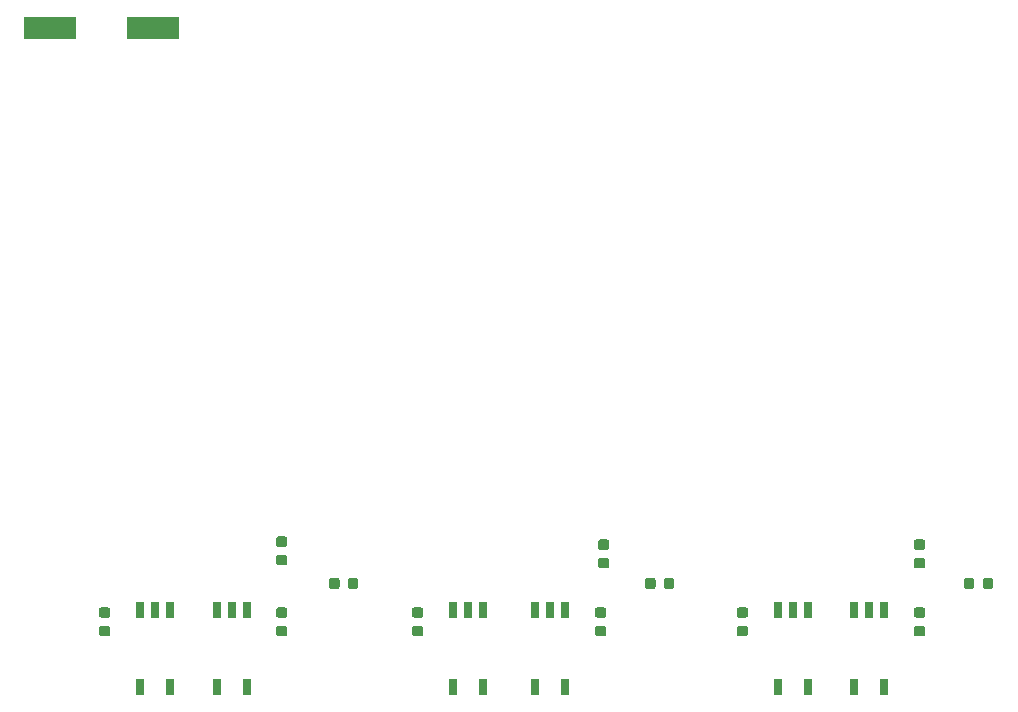
<source format=gbr>
G04 #@! TF.GenerationSoftware,KiCad,Pcbnew,(5.0.0)*
G04 #@! TF.CreationDate,2019-07-28T19:46:13+09:00*
G04 #@! TF.ProjectId,ver.2019_part7,7665722E323031395F70617274372E6B,rev?*
G04 #@! TF.SameCoordinates,Original*
G04 #@! TF.FileFunction,Paste,Top*
G04 #@! TF.FilePolarity,Positive*
%FSLAX46Y46*%
G04 Gerber Fmt 4.6, Leading zero omitted, Abs format (unit mm)*
G04 Created by KiCad (PCBNEW (5.0.0)) date 07/28/19 19:46:13*
%MOMM*%
%LPD*%
G01*
G04 APERTURE LIST*
%ADD10R,4.400000X1.900000*%
%ADD11C,0.100000*%
%ADD12C,0.875000*%
%ADD13R,0.800000X1.400000*%
G04 APERTURE END LIST*
D10*
G04 #@! TO.C,C1*
X113850000Y-82500000D03*
X105150000Y-82500000D03*
G04 #@! TD*
D11*
G04 #@! TO.C,C7*
G36*
X179027691Y-133101053D02*
X179048926Y-133104203D01*
X179069750Y-133109419D01*
X179089962Y-133116651D01*
X179109368Y-133125830D01*
X179127781Y-133136866D01*
X179145024Y-133149654D01*
X179160930Y-133164070D01*
X179175346Y-133179976D01*
X179188134Y-133197219D01*
X179199170Y-133215632D01*
X179208349Y-133235038D01*
X179215581Y-133255250D01*
X179220797Y-133276074D01*
X179223947Y-133297309D01*
X179225000Y-133318750D01*
X179225000Y-133756250D01*
X179223947Y-133777691D01*
X179220797Y-133798926D01*
X179215581Y-133819750D01*
X179208349Y-133839962D01*
X179199170Y-133859368D01*
X179188134Y-133877781D01*
X179175346Y-133895024D01*
X179160930Y-133910930D01*
X179145024Y-133925346D01*
X179127781Y-133938134D01*
X179109368Y-133949170D01*
X179089962Y-133958349D01*
X179069750Y-133965581D01*
X179048926Y-133970797D01*
X179027691Y-133973947D01*
X179006250Y-133975000D01*
X178493750Y-133975000D01*
X178472309Y-133973947D01*
X178451074Y-133970797D01*
X178430250Y-133965581D01*
X178410038Y-133958349D01*
X178390632Y-133949170D01*
X178372219Y-133938134D01*
X178354976Y-133925346D01*
X178339070Y-133910930D01*
X178324654Y-133895024D01*
X178311866Y-133877781D01*
X178300830Y-133859368D01*
X178291651Y-133839962D01*
X178284419Y-133819750D01*
X178279203Y-133798926D01*
X178276053Y-133777691D01*
X178275000Y-133756250D01*
X178275000Y-133318750D01*
X178276053Y-133297309D01*
X178279203Y-133276074D01*
X178284419Y-133255250D01*
X178291651Y-133235038D01*
X178300830Y-133215632D01*
X178311866Y-133197219D01*
X178324654Y-133179976D01*
X178339070Y-133164070D01*
X178354976Y-133149654D01*
X178372219Y-133136866D01*
X178390632Y-133125830D01*
X178410038Y-133116651D01*
X178430250Y-133109419D01*
X178451074Y-133104203D01*
X178472309Y-133101053D01*
X178493750Y-133100000D01*
X179006250Y-133100000D01*
X179027691Y-133101053D01*
X179027691Y-133101053D01*
G37*
D12*
X178750000Y-133537500D03*
D11*
G36*
X179027691Y-131526053D02*
X179048926Y-131529203D01*
X179069750Y-131534419D01*
X179089962Y-131541651D01*
X179109368Y-131550830D01*
X179127781Y-131561866D01*
X179145024Y-131574654D01*
X179160930Y-131589070D01*
X179175346Y-131604976D01*
X179188134Y-131622219D01*
X179199170Y-131640632D01*
X179208349Y-131660038D01*
X179215581Y-131680250D01*
X179220797Y-131701074D01*
X179223947Y-131722309D01*
X179225000Y-131743750D01*
X179225000Y-132181250D01*
X179223947Y-132202691D01*
X179220797Y-132223926D01*
X179215581Y-132244750D01*
X179208349Y-132264962D01*
X179199170Y-132284368D01*
X179188134Y-132302781D01*
X179175346Y-132320024D01*
X179160930Y-132335930D01*
X179145024Y-132350346D01*
X179127781Y-132363134D01*
X179109368Y-132374170D01*
X179089962Y-132383349D01*
X179069750Y-132390581D01*
X179048926Y-132395797D01*
X179027691Y-132398947D01*
X179006250Y-132400000D01*
X178493750Y-132400000D01*
X178472309Y-132398947D01*
X178451074Y-132395797D01*
X178430250Y-132390581D01*
X178410038Y-132383349D01*
X178390632Y-132374170D01*
X178372219Y-132363134D01*
X178354976Y-132350346D01*
X178339070Y-132335930D01*
X178324654Y-132320024D01*
X178311866Y-132302781D01*
X178300830Y-132284368D01*
X178291651Y-132264962D01*
X178284419Y-132244750D01*
X178279203Y-132223926D01*
X178276053Y-132202691D01*
X178275000Y-132181250D01*
X178275000Y-131743750D01*
X178276053Y-131722309D01*
X178279203Y-131701074D01*
X178284419Y-131680250D01*
X178291651Y-131660038D01*
X178300830Y-131640632D01*
X178311866Y-131622219D01*
X178324654Y-131604976D01*
X178339070Y-131589070D01*
X178354976Y-131574654D01*
X178372219Y-131561866D01*
X178390632Y-131550830D01*
X178410038Y-131541651D01*
X178430250Y-131534419D01*
X178451074Y-131529203D01*
X178472309Y-131526053D01*
X178493750Y-131525000D01*
X179006250Y-131525000D01*
X179027691Y-131526053D01*
X179027691Y-131526053D01*
G37*
D12*
X178750000Y-131962500D03*
G04 #@! TD*
D11*
G04 #@! TO.C,C8*
G36*
X164027691Y-133101053D02*
X164048926Y-133104203D01*
X164069750Y-133109419D01*
X164089962Y-133116651D01*
X164109368Y-133125830D01*
X164127781Y-133136866D01*
X164145024Y-133149654D01*
X164160930Y-133164070D01*
X164175346Y-133179976D01*
X164188134Y-133197219D01*
X164199170Y-133215632D01*
X164208349Y-133235038D01*
X164215581Y-133255250D01*
X164220797Y-133276074D01*
X164223947Y-133297309D01*
X164225000Y-133318750D01*
X164225000Y-133756250D01*
X164223947Y-133777691D01*
X164220797Y-133798926D01*
X164215581Y-133819750D01*
X164208349Y-133839962D01*
X164199170Y-133859368D01*
X164188134Y-133877781D01*
X164175346Y-133895024D01*
X164160930Y-133910930D01*
X164145024Y-133925346D01*
X164127781Y-133938134D01*
X164109368Y-133949170D01*
X164089962Y-133958349D01*
X164069750Y-133965581D01*
X164048926Y-133970797D01*
X164027691Y-133973947D01*
X164006250Y-133975000D01*
X163493750Y-133975000D01*
X163472309Y-133973947D01*
X163451074Y-133970797D01*
X163430250Y-133965581D01*
X163410038Y-133958349D01*
X163390632Y-133949170D01*
X163372219Y-133938134D01*
X163354976Y-133925346D01*
X163339070Y-133910930D01*
X163324654Y-133895024D01*
X163311866Y-133877781D01*
X163300830Y-133859368D01*
X163291651Y-133839962D01*
X163284419Y-133819750D01*
X163279203Y-133798926D01*
X163276053Y-133777691D01*
X163275000Y-133756250D01*
X163275000Y-133318750D01*
X163276053Y-133297309D01*
X163279203Y-133276074D01*
X163284419Y-133255250D01*
X163291651Y-133235038D01*
X163300830Y-133215632D01*
X163311866Y-133197219D01*
X163324654Y-133179976D01*
X163339070Y-133164070D01*
X163354976Y-133149654D01*
X163372219Y-133136866D01*
X163390632Y-133125830D01*
X163410038Y-133116651D01*
X163430250Y-133109419D01*
X163451074Y-133104203D01*
X163472309Y-133101053D01*
X163493750Y-133100000D01*
X164006250Y-133100000D01*
X164027691Y-133101053D01*
X164027691Y-133101053D01*
G37*
D12*
X163750000Y-133537500D03*
D11*
G36*
X164027691Y-131526053D02*
X164048926Y-131529203D01*
X164069750Y-131534419D01*
X164089962Y-131541651D01*
X164109368Y-131550830D01*
X164127781Y-131561866D01*
X164145024Y-131574654D01*
X164160930Y-131589070D01*
X164175346Y-131604976D01*
X164188134Y-131622219D01*
X164199170Y-131640632D01*
X164208349Y-131660038D01*
X164215581Y-131680250D01*
X164220797Y-131701074D01*
X164223947Y-131722309D01*
X164225000Y-131743750D01*
X164225000Y-132181250D01*
X164223947Y-132202691D01*
X164220797Y-132223926D01*
X164215581Y-132244750D01*
X164208349Y-132264962D01*
X164199170Y-132284368D01*
X164188134Y-132302781D01*
X164175346Y-132320024D01*
X164160930Y-132335930D01*
X164145024Y-132350346D01*
X164127781Y-132363134D01*
X164109368Y-132374170D01*
X164089962Y-132383349D01*
X164069750Y-132390581D01*
X164048926Y-132395797D01*
X164027691Y-132398947D01*
X164006250Y-132400000D01*
X163493750Y-132400000D01*
X163472309Y-132398947D01*
X163451074Y-132395797D01*
X163430250Y-132390581D01*
X163410038Y-132383349D01*
X163390632Y-132374170D01*
X163372219Y-132363134D01*
X163354976Y-132350346D01*
X163339070Y-132335930D01*
X163324654Y-132320024D01*
X163311866Y-132302781D01*
X163300830Y-132284368D01*
X163291651Y-132264962D01*
X163284419Y-132244750D01*
X163279203Y-132223926D01*
X163276053Y-132202691D01*
X163275000Y-132181250D01*
X163275000Y-131743750D01*
X163276053Y-131722309D01*
X163279203Y-131701074D01*
X163284419Y-131680250D01*
X163291651Y-131660038D01*
X163300830Y-131640632D01*
X163311866Y-131622219D01*
X163324654Y-131604976D01*
X163339070Y-131589070D01*
X163354976Y-131574654D01*
X163372219Y-131561866D01*
X163390632Y-131550830D01*
X163410038Y-131541651D01*
X163430250Y-131534419D01*
X163451074Y-131529203D01*
X163472309Y-131526053D01*
X163493750Y-131525000D01*
X164006250Y-131525000D01*
X164027691Y-131526053D01*
X164027691Y-131526053D01*
G37*
D12*
X163750000Y-131962500D03*
G04 #@! TD*
D11*
G04 #@! TO.C,C9*
G36*
X152027691Y-133101053D02*
X152048926Y-133104203D01*
X152069750Y-133109419D01*
X152089962Y-133116651D01*
X152109368Y-133125830D01*
X152127781Y-133136866D01*
X152145024Y-133149654D01*
X152160930Y-133164070D01*
X152175346Y-133179976D01*
X152188134Y-133197219D01*
X152199170Y-133215632D01*
X152208349Y-133235038D01*
X152215581Y-133255250D01*
X152220797Y-133276074D01*
X152223947Y-133297309D01*
X152225000Y-133318750D01*
X152225000Y-133756250D01*
X152223947Y-133777691D01*
X152220797Y-133798926D01*
X152215581Y-133819750D01*
X152208349Y-133839962D01*
X152199170Y-133859368D01*
X152188134Y-133877781D01*
X152175346Y-133895024D01*
X152160930Y-133910930D01*
X152145024Y-133925346D01*
X152127781Y-133938134D01*
X152109368Y-133949170D01*
X152089962Y-133958349D01*
X152069750Y-133965581D01*
X152048926Y-133970797D01*
X152027691Y-133973947D01*
X152006250Y-133975000D01*
X151493750Y-133975000D01*
X151472309Y-133973947D01*
X151451074Y-133970797D01*
X151430250Y-133965581D01*
X151410038Y-133958349D01*
X151390632Y-133949170D01*
X151372219Y-133938134D01*
X151354976Y-133925346D01*
X151339070Y-133910930D01*
X151324654Y-133895024D01*
X151311866Y-133877781D01*
X151300830Y-133859368D01*
X151291651Y-133839962D01*
X151284419Y-133819750D01*
X151279203Y-133798926D01*
X151276053Y-133777691D01*
X151275000Y-133756250D01*
X151275000Y-133318750D01*
X151276053Y-133297309D01*
X151279203Y-133276074D01*
X151284419Y-133255250D01*
X151291651Y-133235038D01*
X151300830Y-133215632D01*
X151311866Y-133197219D01*
X151324654Y-133179976D01*
X151339070Y-133164070D01*
X151354976Y-133149654D01*
X151372219Y-133136866D01*
X151390632Y-133125830D01*
X151410038Y-133116651D01*
X151430250Y-133109419D01*
X151451074Y-133104203D01*
X151472309Y-133101053D01*
X151493750Y-133100000D01*
X152006250Y-133100000D01*
X152027691Y-133101053D01*
X152027691Y-133101053D01*
G37*
D12*
X151750000Y-133537500D03*
D11*
G36*
X152027691Y-131526053D02*
X152048926Y-131529203D01*
X152069750Y-131534419D01*
X152089962Y-131541651D01*
X152109368Y-131550830D01*
X152127781Y-131561866D01*
X152145024Y-131574654D01*
X152160930Y-131589070D01*
X152175346Y-131604976D01*
X152188134Y-131622219D01*
X152199170Y-131640632D01*
X152208349Y-131660038D01*
X152215581Y-131680250D01*
X152220797Y-131701074D01*
X152223947Y-131722309D01*
X152225000Y-131743750D01*
X152225000Y-132181250D01*
X152223947Y-132202691D01*
X152220797Y-132223926D01*
X152215581Y-132244750D01*
X152208349Y-132264962D01*
X152199170Y-132284368D01*
X152188134Y-132302781D01*
X152175346Y-132320024D01*
X152160930Y-132335930D01*
X152145024Y-132350346D01*
X152127781Y-132363134D01*
X152109368Y-132374170D01*
X152089962Y-132383349D01*
X152069750Y-132390581D01*
X152048926Y-132395797D01*
X152027691Y-132398947D01*
X152006250Y-132400000D01*
X151493750Y-132400000D01*
X151472309Y-132398947D01*
X151451074Y-132395797D01*
X151430250Y-132390581D01*
X151410038Y-132383349D01*
X151390632Y-132374170D01*
X151372219Y-132363134D01*
X151354976Y-132350346D01*
X151339070Y-132335930D01*
X151324654Y-132320024D01*
X151311866Y-132302781D01*
X151300830Y-132284368D01*
X151291651Y-132264962D01*
X151284419Y-132244750D01*
X151279203Y-132223926D01*
X151276053Y-132202691D01*
X151275000Y-132181250D01*
X151275000Y-131743750D01*
X151276053Y-131722309D01*
X151279203Y-131701074D01*
X151284419Y-131680250D01*
X151291651Y-131660038D01*
X151300830Y-131640632D01*
X151311866Y-131622219D01*
X151324654Y-131604976D01*
X151339070Y-131589070D01*
X151354976Y-131574654D01*
X151372219Y-131561866D01*
X151390632Y-131550830D01*
X151410038Y-131541651D01*
X151430250Y-131534419D01*
X151451074Y-131529203D01*
X151472309Y-131526053D01*
X151493750Y-131525000D01*
X152006250Y-131525000D01*
X152027691Y-131526053D01*
X152027691Y-131526053D01*
G37*
D12*
X151750000Y-131962500D03*
G04 #@! TD*
D11*
G04 #@! TO.C,C10*
G36*
X136527691Y-133101053D02*
X136548926Y-133104203D01*
X136569750Y-133109419D01*
X136589962Y-133116651D01*
X136609368Y-133125830D01*
X136627781Y-133136866D01*
X136645024Y-133149654D01*
X136660930Y-133164070D01*
X136675346Y-133179976D01*
X136688134Y-133197219D01*
X136699170Y-133215632D01*
X136708349Y-133235038D01*
X136715581Y-133255250D01*
X136720797Y-133276074D01*
X136723947Y-133297309D01*
X136725000Y-133318750D01*
X136725000Y-133756250D01*
X136723947Y-133777691D01*
X136720797Y-133798926D01*
X136715581Y-133819750D01*
X136708349Y-133839962D01*
X136699170Y-133859368D01*
X136688134Y-133877781D01*
X136675346Y-133895024D01*
X136660930Y-133910930D01*
X136645024Y-133925346D01*
X136627781Y-133938134D01*
X136609368Y-133949170D01*
X136589962Y-133958349D01*
X136569750Y-133965581D01*
X136548926Y-133970797D01*
X136527691Y-133973947D01*
X136506250Y-133975000D01*
X135993750Y-133975000D01*
X135972309Y-133973947D01*
X135951074Y-133970797D01*
X135930250Y-133965581D01*
X135910038Y-133958349D01*
X135890632Y-133949170D01*
X135872219Y-133938134D01*
X135854976Y-133925346D01*
X135839070Y-133910930D01*
X135824654Y-133895024D01*
X135811866Y-133877781D01*
X135800830Y-133859368D01*
X135791651Y-133839962D01*
X135784419Y-133819750D01*
X135779203Y-133798926D01*
X135776053Y-133777691D01*
X135775000Y-133756250D01*
X135775000Y-133318750D01*
X135776053Y-133297309D01*
X135779203Y-133276074D01*
X135784419Y-133255250D01*
X135791651Y-133235038D01*
X135800830Y-133215632D01*
X135811866Y-133197219D01*
X135824654Y-133179976D01*
X135839070Y-133164070D01*
X135854976Y-133149654D01*
X135872219Y-133136866D01*
X135890632Y-133125830D01*
X135910038Y-133116651D01*
X135930250Y-133109419D01*
X135951074Y-133104203D01*
X135972309Y-133101053D01*
X135993750Y-133100000D01*
X136506250Y-133100000D01*
X136527691Y-133101053D01*
X136527691Y-133101053D01*
G37*
D12*
X136250000Y-133537500D03*
D11*
G36*
X136527691Y-131526053D02*
X136548926Y-131529203D01*
X136569750Y-131534419D01*
X136589962Y-131541651D01*
X136609368Y-131550830D01*
X136627781Y-131561866D01*
X136645024Y-131574654D01*
X136660930Y-131589070D01*
X136675346Y-131604976D01*
X136688134Y-131622219D01*
X136699170Y-131640632D01*
X136708349Y-131660038D01*
X136715581Y-131680250D01*
X136720797Y-131701074D01*
X136723947Y-131722309D01*
X136725000Y-131743750D01*
X136725000Y-132181250D01*
X136723947Y-132202691D01*
X136720797Y-132223926D01*
X136715581Y-132244750D01*
X136708349Y-132264962D01*
X136699170Y-132284368D01*
X136688134Y-132302781D01*
X136675346Y-132320024D01*
X136660930Y-132335930D01*
X136645024Y-132350346D01*
X136627781Y-132363134D01*
X136609368Y-132374170D01*
X136589962Y-132383349D01*
X136569750Y-132390581D01*
X136548926Y-132395797D01*
X136527691Y-132398947D01*
X136506250Y-132400000D01*
X135993750Y-132400000D01*
X135972309Y-132398947D01*
X135951074Y-132395797D01*
X135930250Y-132390581D01*
X135910038Y-132383349D01*
X135890632Y-132374170D01*
X135872219Y-132363134D01*
X135854976Y-132350346D01*
X135839070Y-132335930D01*
X135824654Y-132320024D01*
X135811866Y-132302781D01*
X135800830Y-132284368D01*
X135791651Y-132264962D01*
X135784419Y-132244750D01*
X135779203Y-132223926D01*
X135776053Y-132202691D01*
X135775000Y-132181250D01*
X135775000Y-131743750D01*
X135776053Y-131722309D01*
X135779203Y-131701074D01*
X135784419Y-131680250D01*
X135791651Y-131660038D01*
X135800830Y-131640632D01*
X135811866Y-131622219D01*
X135824654Y-131604976D01*
X135839070Y-131589070D01*
X135854976Y-131574654D01*
X135872219Y-131561866D01*
X135890632Y-131550830D01*
X135910038Y-131541651D01*
X135930250Y-131534419D01*
X135951074Y-131529203D01*
X135972309Y-131526053D01*
X135993750Y-131525000D01*
X136506250Y-131525000D01*
X136527691Y-131526053D01*
X136527691Y-131526053D01*
G37*
D12*
X136250000Y-131962500D03*
G04 #@! TD*
D11*
G04 #@! TO.C,C11*
G36*
X125027691Y-133101053D02*
X125048926Y-133104203D01*
X125069750Y-133109419D01*
X125089962Y-133116651D01*
X125109368Y-133125830D01*
X125127781Y-133136866D01*
X125145024Y-133149654D01*
X125160930Y-133164070D01*
X125175346Y-133179976D01*
X125188134Y-133197219D01*
X125199170Y-133215632D01*
X125208349Y-133235038D01*
X125215581Y-133255250D01*
X125220797Y-133276074D01*
X125223947Y-133297309D01*
X125225000Y-133318750D01*
X125225000Y-133756250D01*
X125223947Y-133777691D01*
X125220797Y-133798926D01*
X125215581Y-133819750D01*
X125208349Y-133839962D01*
X125199170Y-133859368D01*
X125188134Y-133877781D01*
X125175346Y-133895024D01*
X125160930Y-133910930D01*
X125145024Y-133925346D01*
X125127781Y-133938134D01*
X125109368Y-133949170D01*
X125089962Y-133958349D01*
X125069750Y-133965581D01*
X125048926Y-133970797D01*
X125027691Y-133973947D01*
X125006250Y-133975000D01*
X124493750Y-133975000D01*
X124472309Y-133973947D01*
X124451074Y-133970797D01*
X124430250Y-133965581D01*
X124410038Y-133958349D01*
X124390632Y-133949170D01*
X124372219Y-133938134D01*
X124354976Y-133925346D01*
X124339070Y-133910930D01*
X124324654Y-133895024D01*
X124311866Y-133877781D01*
X124300830Y-133859368D01*
X124291651Y-133839962D01*
X124284419Y-133819750D01*
X124279203Y-133798926D01*
X124276053Y-133777691D01*
X124275000Y-133756250D01*
X124275000Y-133318750D01*
X124276053Y-133297309D01*
X124279203Y-133276074D01*
X124284419Y-133255250D01*
X124291651Y-133235038D01*
X124300830Y-133215632D01*
X124311866Y-133197219D01*
X124324654Y-133179976D01*
X124339070Y-133164070D01*
X124354976Y-133149654D01*
X124372219Y-133136866D01*
X124390632Y-133125830D01*
X124410038Y-133116651D01*
X124430250Y-133109419D01*
X124451074Y-133104203D01*
X124472309Y-133101053D01*
X124493750Y-133100000D01*
X125006250Y-133100000D01*
X125027691Y-133101053D01*
X125027691Y-133101053D01*
G37*
D12*
X124750000Y-133537500D03*
D11*
G36*
X125027691Y-131526053D02*
X125048926Y-131529203D01*
X125069750Y-131534419D01*
X125089962Y-131541651D01*
X125109368Y-131550830D01*
X125127781Y-131561866D01*
X125145024Y-131574654D01*
X125160930Y-131589070D01*
X125175346Y-131604976D01*
X125188134Y-131622219D01*
X125199170Y-131640632D01*
X125208349Y-131660038D01*
X125215581Y-131680250D01*
X125220797Y-131701074D01*
X125223947Y-131722309D01*
X125225000Y-131743750D01*
X125225000Y-132181250D01*
X125223947Y-132202691D01*
X125220797Y-132223926D01*
X125215581Y-132244750D01*
X125208349Y-132264962D01*
X125199170Y-132284368D01*
X125188134Y-132302781D01*
X125175346Y-132320024D01*
X125160930Y-132335930D01*
X125145024Y-132350346D01*
X125127781Y-132363134D01*
X125109368Y-132374170D01*
X125089962Y-132383349D01*
X125069750Y-132390581D01*
X125048926Y-132395797D01*
X125027691Y-132398947D01*
X125006250Y-132400000D01*
X124493750Y-132400000D01*
X124472309Y-132398947D01*
X124451074Y-132395797D01*
X124430250Y-132390581D01*
X124410038Y-132383349D01*
X124390632Y-132374170D01*
X124372219Y-132363134D01*
X124354976Y-132350346D01*
X124339070Y-132335930D01*
X124324654Y-132320024D01*
X124311866Y-132302781D01*
X124300830Y-132284368D01*
X124291651Y-132264962D01*
X124284419Y-132244750D01*
X124279203Y-132223926D01*
X124276053Y-132202691D01*
X124275000Y-132181250D01*
X124275000Y-131743750D01*
X124276053Y-131722309D01*
X124279203Y-131701074D01*
X124284419Y-131680250D01*
X124291651Y-131660038D01*
X124300830Y-131640632D01*
X124311866Y-131622219D01*
X124324654Y-131604976D01*
X124339070Y-131589070D01*
X124354976Y-131574654D01*
X124372219Y-131561866D01*
X124390632Y-131550830D01*
X124410038Y-131541651D01*
X124430250Y-131534419D01*
X124451074Y-131529203D01*
X124472309Y-131526053D01*
X124493750Y-131525000D01*
X125006250Y-131525000D01*
X125027691Y-131526053D01*
X125027691Y-131526053D01*
G37*
D12*
X124750000Y-131962500D03*
G04 #@! TD*
D11*
G04 #@! TO.C,C12*
G36*
X110027691Y-133101053D02*
X110048926Y-133104203D01*
X110069750Y-133109419D01*
X110089962Y-133116651D01*
X110109368Y-133125830D01*
X110127781Y-133136866D01*
X110145024Y-133149654D01*
X110160930Y-133164070D01*
X110175346Y-133179976D01*
X110188134Y-133197219D01*
X110199170Y-133215632D01*
X110208349Y-133235038D01*
X110215581Y-133255250D01*
X110220797Y-133276074D01*
X110223947Y-133297309D01*
X110225000Y-133318750D01*
X110225000Y-133756250D01*
X110223947Y-133777691D01*
X110220797Y-133798926D01*
X110215581Y-133819750D01*
X110208349Y-133839962D01*
X110199170Y-133859368D01*
X110188134Y-133877781D01*
X110175346Y-133895024D01*
X110160930Y-133910930D01*
X110145024Y-133925346D01*
X110127781Y-133938134D01*
X110109368Y-133949170D01*
X110089962Y-133958349D01*
X110069750Y-133965581D01*
X110048926Y-133970797D01*
X110027691Y-133973947D01*
X110006250Y-133975000D01*
X109493750Y-133975000D01*
X109472309Y-133973947D01*
X109451074Y-133970797D01*
X109430250Y-133965581D01*
X109410038Y-133958349D01*
X109390632Y-133949170D01*
X109372219Y-133938134D01*
X109354976Y-133925346D01*
X109339070Y-133910930D01*
X109324654Y-133895024D01*
X109311866Y-133877781D01*
X109300830Y-133859368D01*
X109291651Y-133839962D01*
X109284419Y-133819750D01*
X109279203Y-133798926D01*
X109276053Y-133777691D01*
X109275000Y-133756250D01*
X109275000Y-133318750D01*
X109276053Y-133297309D01*
X109279203Y-133276074D01*
X109284419Y-133255250D01*
X109291651Y-133235038D01*
X109300830Y-133215632D01*
X109311866Y-133197219D01*
X109324654Y-133179976D01*
X109339070Y-133164070D01*
X109354976Y-133149654D01*
X109372219Y-133136866D01*
X109390632Y-133125830D01*
X109410038Y-133116651D01*
X109430250Y-133109419D01*
X109451074Y-133104203D01*
X109472309Y-133101053D01*
X109493750Y-133100000D01*
X110006250Y-133100000D01*
X110027691Y-133101053D01*
X110027691Y-133101053D01*
G37*
D12*
X109750000Y-133537500D03*
D11*
G36*
X110027691Y-131526053D02*
X110048926Y-131529203D01*
X110069750Y-131534419D01*
X110089962Y-131541651D01*
X110109368Y-131550830D01*
X110127781Y-131561866D01*
X110145024Y-131574654D01*
X110160930Y-131589070D01*
X110175346Y-131604976D01*
X110188134Y-131622219D01*
X110199170Y-131640632D01*
X110208349Y-131660038D01*
X110215581Y-131680250D01*
X110220797Y-131701074D01*
X110223947Y-131722309D01*
X110225000Y-131743750D01*
X110225000Y-132181250D01*
X110223947Y-132202691D01*
X110220797Y-132223926D01*
X110215581Y-132244750D01*
X110208349Y-132264962D01*
X110199170Y-132284368D01*
X110188134Y-132302781D01*
X110175346Y-132320024D01*
X110160930Y-132335930D01*
X110145024Y-132350346D01*
X110127781Y-132363134D01*
X110109368Y-132374170D01*
X110089962Y-132383349D01*
X110069750Y-132390581D01*
X110048926Y-132395797D01*
X110027691Y-132398947D01*
X110006250Y-132400000D01*
X109493750Y-132400000D01*
X109472309Y-132398947D01*
X109451074Y-132395797D01*
X109430250Y-132390581D01*
X109410038Y-132383349D01*
X109390632Y-132374170D01*
X109372219Y-132363134D01*
X109354976Y-132350346D01*
X109339070Y-132335930D01*
X109324654Y-132320024D01*
X109311866Y-132302781D01*
X109300830Y-132284368D01*
X109291651Y-132264962D01*
X109284419Y-132244750D01*
X109279203Y-132223926D01*
X109276053Y-132202691D01*
X109275000Y-132181250D01*
X109275000Y-131743750D01*
X109276053Y-131722309D01*
X109279203Y-131701074D01*
X109284419Y-131680250D01*
X109291651Y-131660038D01*
X109300830Y-131640632D01*
X109311866Y-131622219D01*
X109324654Y-131604976D01*
X109339070Y-131589070D01*
X109354976Y-131574654D01*
X109372219Y-131561866D01*
X109390632Y-131550830D01*
X109410038Y-131541651D01*
X109430250Y-131534419D01*
X109451074Y-131529203D01*
X109472309Y-131526053D01*
X109493750Y-131525000D01*
X110006250Y-131525000D01*
X110027691Y-131526053D01*
X110027691Y-131526053D01*
G37*
D12*
X109750000Y-131962500D03*
G04 #@! TD*
D13*
G04 #@! TO.C,U1*
X166730000Y-131750000D03*
X168000000Y-131750000D03*
X169270000Y-131750000D03*
X166730000Y-138250000D03*
X169270000Y-138250000D03*
G04 #@! TD*
G04 #@! TO.C,U2*
X175770000Y-138250000D03*
X173230000Y-138250000D03*
X175770000Y-131750000D03*
X174500000Y-131750000D03*
X173230000Y-131750000D03*
G04 #@! TD*
G04 #@! TO.C,U3*
X139230000Y-131750000D03*
X140500000Y-131750000D03*
X141770000Y-131750000D03*
X139230000Y-138250000D03*
X141770000Y-138250000D03*
G04 #@! TD*
G04 #@! TO.C,U4*
X148770000Y-138250000D03*
X146230000Y-138250000D03*
X148770000Y-131750000D03*
X147500000Y-131750000D03*
X146230000Y-131750000D03*
G04 #@! TD*
G04 #@! TO.C,U5*
X112730000Y-131750000D03*
X114000000Y-131750000D03*
X115270000Y-131750000D03*
X112730000Y-138250000D03*
X115270000Y-138250000D03*
G04 #@! TD*
G04 #@! TO.C,U6*
X121770000Y-138250000D03*
X119230000Y-138250000D03*
X121770000Y-131750000D03*
X120500000Y-131750000D03*
X119230000Y-131750000D03*
G04 #@! TD*
D11*
G04 #@! TO.C,C13*
G36*
X179027691Y-125776053D02*
X179048926Y-125779203D01*
X179069750Y-125784419D01*
X179089962Y-125791651D01*
X179109368Y-125800830D01*
X179127781Y-125811866D01*
X179145024Y-125824654D01*
X179160930Y-125839070D01*
X179175346Y-125854976D01*
X179188134Y-125872219D01*
X179199170Y-125890632D01*
X179208349Y-125910038D01*
X179215581Y-125930250D01*
X179220797Y-125951074D01*
X179223947Y-125972309D01*
X179225000Y-125993750D01*
X179225000Y-126431250D01*
X179223947Y-126452691D01*
X179220797Y-126473926D01*
X179215581Y-126494750D01*
X179208349Y-126514962D01*
X179199170Y-126534368D01*
X179188134Y-126552781D01*
X179175346Y-126570024D01*
X179160930Y-126585930D01*
X179145024Y-126600346D01*
X179127781Y-126613134D01*
X179109368Y-126624170D01*
X179089962Y-126633349D01*
X179069750Y-126640581D01*
X179048926Y-126645797D01*
X179027691Y-126648947D01*
X179006250Y-126650000D01*
X178493750Y-126650000D01*
X178472309Y-126648947D01*
X178451074Y-126645797D01*
X178430250Y-126640581D01*
X178410038Y-126633349D01*
X178390632Y-126624170D01*
X178372219Y-126613134D01*
X178354976Y-126600346D01*
X178339070Y-126585930D01*
X178324654Y-126570024D01*
X178311866Y-126552781D01*
X178300830Y-126534368D01*
X178291651Y-126514962D01*
X178284419Y-126494750D01*
X178279203Y-126473926D01*
X178276053Y-126452691D01*
X178275000Y-126431250D01*
X178275000Y-125993750D01*
X178276053Y-125972309D01*
X178279203Y-125951074D01*
X178284419Y-125930250D01*
X178291651Y-125910038D01*
X178300830Y-125890632D01*
X178311866Y-125872219D01*
X178324654Y-125854976D01*
X178339070Y-125839070D01*
X178354976Y-125824654D01*
X178372219Y-125811866D01*
X178390632Y-125800830D01*
X178410038Y-125791651D01*
X178430250Y-125784419D01*
X178451074Y-125779203D01*
X178472309Y-125776053D01*
X178493750Y-125775000D01*
X179006250Y-125775000D01*
X179027691Y-125776053D01*
X179027691Y-125776053D01*
G37*
D12*
X178750000Y-126212500D03*
D11*
G36*
X179027691Y-127351053D02*
X179048926Y-127354203D01*
X179069750Y-127359419D01*
X179089962Y-127366651D01*
X179109368Y-127375830D01*
X179127781Y-127386866D01*
X179145024Y-127399654D01*
X179160930Y-127414070D01*
X179175346Y-127429976D01*
X179188134Y-127447219D01*
X179199170Y-127465632D01*
X179208349Y-127485038D01*
X179215581Y-127505250D01*
X179220797Y-127526074D01*
X179223947Y-127547309D01*
X179225000Y-127568750D01*
X179225000Y-128006250D01*
X179223947Y-128027691D01*
X179220797Y-128048926D01*
X179215581Y-128069750D01*
X179208349Y-128089962D01*
X179199170Y-128109368D01*
X179188134Y-128127781D01*
X179175346Y-128145024D01*
X179160930Y-128160930D01*
X179145024Y-128175346D01*
X179127781Y-128188134D01*
X179109368Y-128199170D01*
X179089962Y-128208349D01*
X179069750Y-128215581D01*
X179048926Y-128220797D01*
X179027691Y-128223947D01*
X179006250Y-128225000D01*
X178493750Y-128225000D01*
X178472309Y-128223947D01*
X178451074Y-128220797D01*
X178430250Y-128215581D01*
X178410038Y-128208349D01*
X178390632Y-128199170D01*
X178372219Y-128188134D01*
X178354976Y-128175346D01*
X178339070Y-128160930D01*
X178324654Y-128145024D01*
X178311866Y-128127781D01*
X178300830Y-128109368D01*
X178291651Y-128089962D01*
X178284419Y-128069750D01*
X178279203Y-128048926D01*
X178276053Y-128027691D01*
X178275000Y-128006250D01*
X178275000Y-127568750D01*
X178276053Y-127547309D01*
X178279203Y-127526074D01*
X178284419Y-127505250D01*
X178291651Y-127485038D01*
X178300830Y-127465632D01*
X178311866Y-127447219D01*
X178324654Y-127429976D01*
X178339070Y-127414070D01*
X178354976Y-127399654D01*
X178372219Y-127386866D01*
X178390632Y-127375830D01*
X178410038Y-127366651D01*
X178430250Y-127359419D01*
X178451074Y-127354203D01*
X178472309Y-127351053D01*
X178493750Y-127350000D01*
X179006250Y-127350000D01*
X179027691Y-127351053D01*
X179027691Y-127351053D01*
G37*
D12*
X178750000Y-127787500D03*
G04 #@! TD*
D11*
G04 #@! TO.C,C14*
G36*
X152277691Y-127351053D02*
X152298926Y-127354203D01*
X152319750Y-127359419D01*
X152339962Y-127366651D01*
X152359368Y-127375830D01*
X152377781Y-127386866D01*
X152395024Y-127399654D01*
X152410930Y-127414070D01*
X152425346Y-127429976D01*
X152438134Y-127447219D01*
X152449170Y-127465632D01*
X152458349Y-127485038D01*
X152465581Y-127505250D01*
X152470797Y-127526074D01*
X152473947Y-127547309D01*
X152475000Y-127568750D01*
X152475000Y-128006250D01*
X152473947Y-128027691D01*
X152470797Y-128048926D01*
X152465581Y-128069750D01*
X152458349Y-128089962D01*
X152449170Y-128109368D01*
X152438134Y-128127781D01*
X152425346Y-128145024D01*
X152410930Y-128160930D01*
X152395024Y-128175346D01*
X152377781Y-128188134D01*
X152359368Y-128199170D01*
X152339962Y-128208349D01*
X152319750Y-128215581D01*
X152298926Y-128220797D01*
X152277691Y-128223947D01*
X152256250Y-128225000D01*
X151743750Y-128225000D01*
X151722309Y-128223947D01*
X151701074Y-128220797D01*
X151680250Y-128215581D01*
X151660038Y-128208349D01*
X151640632Y-128199170D01*
X151622219Y-128188134D01*
X151604976Y-128175346D01*
X151589070Y-128160930D01*
X151574654Y-128145024D01*
X151561866Y-128127781D01*
X151550830Y-128109368D01*
X151541651Y-128089962D01*
X151534419Y-128069750D01*
X151529203Y-128048926D01*
X151526053Y-128027691D01*
X151525000Y-128006250D01*
X151525000Y-127568750D01*
X151526053Y-127547309D01*
X151529203Y-127526074D01*
X151534419Y-127505250D01*
X151541651Y-127485038D01*
X151550830Y-127465632D01*
X151561866Y-127447219D01*
X151574654Y-127429976D01*
X151589070Y-127414070D01*
X151604976Y-127399654D01*
X151622219Y-127386866D01*
X151640632Y-127375830D01*
X151660038Y-127366651D01*
X151680250Y-127359419D01*
X151701074Y-127354203D01*
X151722309Y-127351053D01*
X151743750Y-127350000D01*
X152256250Y-127350000D01*
X152277691Y-127351053D01*
X152277691Y-127351053D01*
G37*
D12*
X152000000Y-127787500D03*
D11*
G36*
X152277691Y-125776053D02*
X152298926Y-125779203D01*
X152319750Y-125784419D01*
X152339962Y-125791651D01*
X152359368Y-125800830D01*
X152377781Y-125811866D01*
X152395024Y-125824654D01*
X152410930Y-125839070D01*
X152425346Y-125854976D01*
X152438134Y-125872219D01*
X152449170Y-125890632D01*
X152458349Y-125910038D01*
X152465581Y-125930250D01*
X152470797Y-125951074D01*
X152473947Y-125972309D01*
X152475000Y-125993750D01*
X152475000Y-126431250D01*
X152473947Y-126452691D01*
X152470797Y-126473926D01*
X152465581Y-126494750D01*
X152458349Y-126514962D01*
X152449170Y-126534368D01*
X152438134Y-126552781D01*
X152425346Y-126570024D01*
X152410930Y-126585930D01*
X152395024Y-126600346D01*
X152377781Y-126613134D01*
X152359368Y-126624170D01*
X152339962Y-126633349D01*
X152319750Y-126640581D01*
X152298926Y-126645797D01*
X152277691Y-126648947D01*
X152256250Y-126650000D01*
X151743750Y-126650000D01*
X151722309Y-126648947D01*
X151701074Y-126645797D01*
X151680250Y-126640581D01*
X151660038Y-126633349D01*
X151640632Y-126624170D01*
X151622219Y-126613134D01*
X151604976Y-126600346D01*
X151589070Y-126585930D01*
X151574654Y-126570024D01*
X151561866Y-126552781D01*
X151550830Y-126534368D01*
X151541651Y-126514962D01*
X151534419Y-126494750D01*
X151529203Y-126473926D01*
X151526053Y-126452691D01*
X151525000Y-126431250D01*
X151525000Y-125993750D01*
X151526053Y-125972309D01*
X151529203Y-125951074D01*
X151534419Y-125930250D01*
X151541651Y-125910038D01*
X151550830Y-125890632D01*
X151561866Y-125872219D01*
X151574654Y-125854976D01*
X151589070Y-125839070D01*
X151604976Y-125824654D01*
X151622219Y-125811866D01*
X151640632Y-125800830D01*
X151660038Y-125791651D01*
X151680250Y-125784419D01*
X151701074Y-125779203D01*
X151722309Y-125776053D01*
X151743750Y-125775000D01*
X152256250Y-125775000D01*
X152277691Y-125776053D01*
X152277691Y-125776053D01*
G37*
D12*
X152000000Y-126212500D03*
G04 #@! TD*
D11*
G04 #@! TO.C,C15*
G36*
X125027691Y-125526053D02*
X125048926Y-125529203D01*
X125069750Y-125534419D01*
X125089962Y-125541651D01*
X125109368Y-125550830D01*
X125127781Y-125561866D01*
X125145024Y-125574654D01*
X125160930Y-125589070D01*
X125175346Y-125604976D01*
X125188134Y-125622219D01*
X125199170Y-125640632D01*
X125208349Y-125660038D01*
X125215581Y-125680250D01*
X125220797Y-125701074D01*
X125223947Y-125722309D01*
X125225000Y-125743750D01*
X125225000Y-126181250D01*
X125223947Y-126202691D01*
X125220797Y-126223926D01*
X125215581Y-126244750D01*
X125208349Y-126264962D01*
X125199170Y-126284368D01*
X125188134Y-126302781D01*
X125175346Y-126320024D01*
X125160930Y-126335930D01*
X125145024Y-126350346D01*
X125127781Y-126363134D01*
X125109368Y-126374170D01*
X125089962Y-126383349D01*
X125069750Y-126390581D01*
X125048926Y-126395797D01*
X125027691Y-126398947D01*
X125006250Y-126400000D01*
X124493750Y-126400000D01*
X124472309Y-126398947D01*
X124451074Y-126395797D01*
X124430250Y-126390581D01*
X124410038Y-126383349D01*
X124390632Y-126374170D01*
X124372219Y-126363134D01*
X124354976Y-126350346D01*
X124339070Y-126335930D01*
X124324654Y-126320024D01*
X124311866Y-126302781D01*
X124300830Y-126284368D01*
X124291651Y-126264962D01*
X124284419Y-126244750D01*
X124279203Y-126223926D01*
X124276053Y-126202691D01*
X124275000Y-126181250D01*
X124275000Y-125743750D01*
X124276053Y-125722309D01*
X124279203Y-125701074D01*
X124284419Y-125680250D01*
X124291651Y-125660038D01*
X124300830Y-125640632D01*
X124311866Y-125622219D01*
X124324654Y-125604976D01*
X124339070Y-125589070D01*
X124354976Y-125574654D01*
X124372219Y-125561866D01*
X124390632Y-125550830D01*
X124410038Y-125541651D01*
X124430250Y-125534419D01*
X124451074Y-125529203D01*
X124472309Y-125526053D01*
X124493750Y-125525000D01*
X125006250Y-125525000D01*
X125027691Y-125526053D01*
X125027691Y-125526053D01*
G37*
D12*
X124750000Y-125962500D03*
D11*
G36*
X125027691Y-127101053D02*
X125048926Y-127104203D01*
X125069750Y-127109419D01*
X125089962Y-127116651D01*
X125109368Y-127125830D01*
X125127781Y-127136866D01*
X125145024Y-127149654D01*
X125160930Y-127164070D01*
X125175346Y-127179976D01*
X125188134Y-127197219D01*
X125199170Y-127215632D01*
X125208349Y-127235038D01*
X125215581Y-127255250D01*
X125220797Y-127276074D01*
X125223947Y-127297309D01*
X125225000Y-127318750D01*
X125225000Y-127756250D01*
X125223947Y-127777691D01*
X125220797Y-127798926D01*
X125215581Y-127819750D01*
X125208349Y-127839962D01*
X125199170Y-127859368D01*
X125188134Y-127877781D01*
X125175346Y-127895024D01*
X125160930Y-127910930D01*
X125145024Y-127925346D01*
X125127781Y-127938134D01*
X125109368Y-127949170D01*
X125089962Y-127958349D01*
X125069750Y-127965581D01*
X125048926Y-127970797D01*
X125027691Y-127973947D01*
X125006250Y-127975000D01*
X124493750Y-127975000D01*
X124472309Y-127973947D01*
X124451074Y-127970797D01*
X124430250Y-127965581D01*
X124410038Y-127958349D01*
X124390632Y-127949170D01*
X124372219Y-127938134D01*
X124354976Y-127925346D01*
X124339070Y-127910930D01*
X124324654Y-127895024D01*
X124311866Y-127877781D01*
X124300830Y-127859368D01*
X124291651Y-127839962D01*
X124284419Y-127819750D01*
X124279203Y-127798926D01*
X124276053Y-127777691D01*
X124275000Y-127756250D01*
X124275000Y-127318750D01*
X124276053Y-127297309D01*
X124279203Y-127276074D01*
X124284419Y-127255250D01*
X124291651Y-127235038D01*
X124300830Y-127215632D01*
X124311866Y-127197219D01*
X124324654Y-127179976D01*
X124339070Y-127164070D01*
X124354976Y-127149654D01*
X124372219Y-127136866D01*
X124390632Y-127125830D01*
X124410038Y-127116651D01*
X124430250Y-127109419D01*
X124451074Y-127104203D01*
X124472309Y-127101053D01*
X124493750Y-127100000D01*
X125006250Y-127100000D01*
X125027691Y-127101053D01*
X125027691Y-127101053D01*
G37*
D12*
X124750000Y-127537500D03*
G04 #@! TD*
D11*
G04 #@! TO.C,C16*
G36*
X157777691Y-129026053D02*
X157798926Y-129029203D01*
X157819750Y-129034419D01*
X157839962Y-129041651D01*
X157859368Y-129050830D01*
X157877781Y-129061866D01*
X157895024Y-129074654D01*
X157910930Y-129089070D01*
X157925346Y-129104976D01*
X157938134Y-129122219D01*
X157949170Y-129140632D01*
X157958349Y-129160038D01*
X157965581Y-129180250D01*
X157970797Y-129201074D01*
X157973947Y-129222309D01*
X157975000Y-129243750D01*
X157975000Y-129756250D01*
X157973947Y-129777691D01*
X157970797Y-129798926D01*
X157965581Y-129819750D01*
X157958349Y-129839962D01*
X157949170Y-129859368D01*
X157938134Y-129877781D01*
X157925346Y-129895024D01*
X157910930Y-129910930D01*
X157895024Y-129925346D01*
X157877781Y-129938134D01*
X157859368Y-129949170D01*
X157839962Y-129958349D01*
X157819750Y-129965581D01*
X157798926Y-129970797D01*
X157777691Y-129973947D01*
X157756250Y-129975000D01*
X157318750Y-129975000D01*
X157297309Y-129973947D01*
X157276074Y-129970797D01*
X157255250Y-129965581D01*
X157235038Y-129958349D01*
X157215632Y-129949170D01*
X157197219Y-129938134D01*
X157179976Y-129925346D01*
X157164070Y-129910930D01*
X157149654Y-129895024D01*
X157136866Y-129877781D01*
X157125830Y-129859368D01*
X157116651Y-129839962D01*
X157109419Y-129819750D01*
X157104203Y-129798926D01*
X157101053Y-129777691D01*
X157100000Y-129756250D01*
X157100000Y-129243750D01*
X157101053Y-129222309D01*
X157104203Y-129201074D01*
X157109419Y-129180250D01*
X157116651Y-129160038D01*
X157125830Y-129140632D01*
X157136866Y-129122219D01*
X157149654Y-129104976D01*
X157164070Y-129089070D01*
X157179976Y-129074654D01*
X157197219Y-129061866D01*
X157215632Y-129050830D01*
X157235038Y-129041651D01*
X157255250Y-129034419D01*
X157276074Y-129029203D01*
X157297309Y-129026053D01*
X157318750Y-129025000D01*
X157756250Y-129025000D01*
X157777691Y-129026053D01*
X157777691Y-129026053D01*
G37*
D12*
X157537500Y-129500000D03*
D11*
G36*
X156202691Y-129026053D02*
X156223926Y-129029203D01*
X156244750Y-129034419D01*
X156264962Y-129041651D01*
X156284368Y-129050830D01*
X156302781Y-129061866D01*
X156320024Y-129074654D01*
X156335930Y-129089070D01*
X156350346Y-129104976D01*
X156363134Y-129122219D01*
X156374170Y-129140632D01*
X156383349Y-129160038D01*
X156390581Y-129180250D01*
X156395797Y-129201074D01*
X156398947Y-129222309D01*
X156400000Y-129243750D01*
X156400000Y-129756250D01*
X156398947Y-129777691D01*
X156395797Y-129798926D01*
X156390581Y-129819750D01*
X156383349Y-129839962D01*
X156374170Y-129859368D01*
X156363134Y-129877781D01*
X156350346Y-129895024D01*
X156335930Y-129910930D01*
X156320024Y-129925346D01*
X156302781Y-129938134D01*
X156284368Y-129949170D01*
X156264962Y-129958349D01*
X156244750Y-129965581D01*
X156223926Y-129970797D01*
X156202691Y-129973947D01*
X156181250Y-129975000D01*
X155743750Y-129975000D01*
X155722309Y-129973947D01*
X155701074Y-129970797D01*
X155680250Y-129965581D01*
X155660038Y-129958349D01*
X155640632Y-129949170D01*
X155622219Y-129938134D01*
X155604976Y-129925346D01*
X155589070Y-129910930D01*
X155574654Y-129895024D01*
X155561866Y-129877781D01*
X155550830Y-129859368D01*
X155541651Y-129839962D01*
X155534419Y-129819750D01*
X155529203Y-129798926D01*
X155526053Y-129777691D01*
X155525000Y-129756250D01*
X155525000Y-129243750D01*
X155526053Y-129222309D01*
X155529203Y-129201074D01*
X155534419Y-129180250D01*
X155541651Y-129160038D01*
X155550830Y-129140632D01*
X155561866Y-129122219D01*
X155574654Y-129104976D01*
X155589070Y-129089070D01*
X155604976Y-129074654D01*
X155622219Y-129061866D01*
X155640632Y-129050830D01*
X155660038Y-129041651D01*
X155680250Y-129034419D01*
X155701074Y-129029203D01*
X155722309Y-129026053D01*
X155743750Y-129025000D01*
X156181250Y-129025000D01*
X156202691Y-129026053D01*
X156202691Y-129026053D01*
G37*
D12*
X155962500Y-129500000D03*
G04 #@! TD*
D11*
G04 #@! TO.C,C17*
G36*
X183202691Y-129026053D02*
X183223926Y-129029203D01*
X183244750Y-129034419D01*
X183264962Y-129041651D01*
X183284368Y-129050830D01*
X183302781Y-129061866D01*
X183320024Y-129074654D01*
X183335930Y-129089070D01*
X183350346Y-129104976D01*
X183363134Y-129122219D01*
X183374170Y-129140632D01*
X183383349Y-129160038D01*
X183390581Y-129180250D01*
X183395797Y-129201074D01*
X183398947Y-129222309D01*
X183400000Y-129243750D01*
X183400000Y-129756250D01*
X183398947Y-129777691D01*
X183395797Y-129798926D01*
X183390581Y-129819750D01*
X183383349Y-129839962D01*
X183374170Y-129859368D01*
X183363134Y-129877781D01*
X183350346Y-129895024D01*
X183335930Y-129910930D01*
X183320024Y-129925346D01*
X183302781Y-129938134D01*
X183284368Y-129949170D01*
X183264962Y-129958349D01*
X183244750Y-129965581D01*
X183223926Y-129970797D01*
X183202691Y-129973947D01*
X183181250Y-129975000D01*
X182743750Y-129975000D01*
X182722309Y-129973947D01*
X182701074Y-129970797D01*
X182680250Y-129965581D01*
X182660038Y-129958349D01*
X182640632Y-129949170D01*
X182622219Y-129938134D01*
X182604976Y-129925346D01*
X182589070Y-129910930D01*
X182574654Y-129895024D01*
X182561866Y-129877781D01*
X182550830Y-129859368D01*
X182541651Y-129839962D01*
X182534419Y-129819750D01*
X182529203Y-129798926D01*
X182526053Y-129777691D01*
X182525000Y-129756250D01*
X182525000Y-129243750D01*
X182526053Y-129222309D01*
X182529203Y-129201074D01*
X182534419Y-129180250D01*
X182541651Y-129160038D01*
X182550830Y-129140632D01*
X182561866Y-129122219D01*
X182574654Y-129104976D01*
X182589070Y-129089070D01*
X182604976Y-129074654D01*
X182622219Y-129061866D01*
X182640632Y-129050830D01*
X182660038Y-129041651D01*
X182680250Y-129034419D01*
X182701074Y-129029203D01*
X182722309Y-129026053D01*
X182743750Y-129025000D01*
X183181250Y-129025000D01*
X183202691Y-129026053D01*
X183202691Y-129026053D01*
G37*
D12*
X182962500Y-129500000D03*
D11*
G36*
X184777691Y-129026053D02*
X184798926Y-129029203D01*
X184819750Y-129034419D01*
X184839962Y-129041651D01*
X184859368Y-129050830D01*
X184877781Y-129061866D01*
X184895024Y-129074654D01*
X184910930Y-129089070D01*
X184925346Y-129104976D01*
X184938134Y-129122219D01*
X184949170Y-129140632D01*
X184958349Y-129160038D01*
X184965581Y-129180250D01*
X184970797Y-129201074D01*
X184973947Y-129222309D01*
X184975000Y-129243750D01*
X184975000Y-129756250D01*
X184973947Y-129777691D01*
X184970797Y-129798926D01*
X184965581Y-129819750D01*
X184958349Y-129839962D01*
X184949170Y-129859368D01*
X184938134Y-129877781D01*
X184925346Y-129895024D01*
X184910930Y-129910930D01*
X184895024Y-129925346D01*
X184877781Y-129938134D01*
X184859368Y-129949170D01*
X184839962Y-129958349D01*
X184819750Y-129965581D01*
X184798926Y-129970797D01*
X184777691Y-129973947D01*
X184756250Y-129975000D01*
X184318750Y-129975000D01*
X184297309Y-129973947D01*
X184276074Y-129970797D01*
X184255250Y-129965581D01*
X184235038Y-129958349D01*
X184215632Y-129949170D01*
X184197219Y-129938134D01*
X184179976Y-129925346D01*
X184164070Y-129910930D01*
X184149654Y-129895024D01*
X184136866Y-129877781D01*
X184125830Y-129859368D01*
X184116651Y-129839962D01*
X184109419Y-129819750D01*
X184104203Y-129798926D01*
X184101053Y-129777691D01*
X184100000Y-129756250D01*
X184100000Y-129243750D01*
X184101053Y-129222309D01*
X184104203Y-129201074D01*
X184109419Y-129180250D01*
X184116651Y-129160038D01*
X184125830Y-129140632D01*
X184136866Y-129122219D01*
X184149654Y-129104976D01*
X184164070Y-129089070D01*
X184179976Y-129074654D01*
X184197219Y-129061866D01*
X184215632Y-129050830D01*
X184235038Y-129041651D01*
X184255250Y-129034419D01*
X184276074Y-129029203D01*
X184297309Y-129026053D01*
X184318750Y-129025000D01*
X184756250Y-129025000D01*
X184777691Y-129026053D01*
X184777691Y-129026053D01*
G37*
D12*
X184537500Y-129500000D03*
G04 #@! TD*
D11*
G04 #@! TO.C,C18*
G36*
X131027691Y-129026053D02*
X131048926Y-129029203D01*
X131069750Y-129034419D01*
X131089962Y-129041651D01*
X131109368Y-129050830D01*
X131127781Y-129061866D01*
X131145024Y-129074654D01*
X131160930Y-129089070D01*
X131175346Y-129104976D01*
X131188134Y-129122219D01*
X131199170Y-129140632D01*
X131208349Y-129160038D01*
X131215581Y-129180250D01*
X131220797Y-129201074D01*
X131223947Y-129222309D01*
X131225000Y-129243750D01*
X131225000Y-129756250D01*
X131223947Y-129777691D01*
X131220797Y-129798926D01*
X131215581Y-129819750D01*
X131208349Y-129839962D01*
X131199170Y-129859368D01*
X131188134Y-129877781D01*
X131175346Y-129895024D01*
X131160930Y-129910930D01*
X131145024Y-129925346D01*
X131127781Y-129938134D01*
X131109368Y-129949170D01*
X131089962Y-129958349D01*
X131069750Y-129965581D01*
X131048926Y-129970797D01*
X131027691Y-129973947D01*
X131006250Y-129975000D01*
X130568750Y-129975000D01*
X130547309Y-129973947D01*
X130526074Y-129970797D01*
X130505250Y-129965581D01*
X130485038Y-129958349D01*
X130465632Y-129949170D01*
X130447219Y-129938134D01*
X130429976Y-129925346D01*
X130414070Y-129910930D01*
X130399654Y-129895024D01*
X130386866Y-129877781D01*
X130375830Y-129859368D01*
X130366651Y-129839962D01*
X130359419Y-129819750D01*
X130354203Y-129798926D01*
X130351053Y-129777691D01*
X130350000Y-129756250D01*
X130350000Y-129243750D01*
X130351053Y-129222309D01*
X130354203Y-129201074D01*
X130359419Y-129180250D01*
X130366651Y-129160038D01*
X130375830Y-129140632D01*
X130386866Y-129122219D01*
X130399654Y-129104976D01*
X130414070Y-129089070D01*
X130429976Y-129074654D01*
X130447219Y-129061866D01*
X130465632Y-129050830D01*
X130485038Y-129041651D01*
X130505250Y-129034419D01*
X130526074Y-129029203D01*
X130547309Y-129026053D01*
X130568750Y-129025000D01*
X131006250Y-129025000D01*
X131027691Y-129026053D01*
X131027691Y-129026053D01*
G37*
D12*
X130787500Y-129500000D03*
D11*
G36*
X129452691Y-129026053D02*
X129473926Y-129029203D01*
X129494750Y-129034419D01*
X129514962Y-129041651D01*
X129534368Y-129050830D01*
X129552781Y-129061866D01*
X129570024Y-129074654D01*
X129585930Y-129089070D01*
X129600346Y-129104976D01*
X129613134Y-129122219D01*
X129624170Y-129140632D01*
X129633349Y-129160038D01*
X129640581Y-129180250D01*
X129645797Y-129201074D01*
X129648947Y-129222309D01*
X129650000Y-129243750D01*
X129650000Y-129756250D01*
X129648947Y-129777691D01*
X129645797Y-129798926D01*
X129640581Y-129819750D01*
X129633349Y-129839962D01*
X129624170Y-129859368D01*
X129613134Y-129877781D01*
X129600346Y-129895024D01*
X129585930Y-129910930D01*
X129570024Y-129925346D01*
X129552781Y-129938134D01*
X129534368Y-129949170D01*
X129514962Y-129958349D01*
X129494750Y-129965581D01*
X129473926Y-129970797D01*
X129452691Y-129973947D01*
X129431250Y-129975000D01*
X128993750Y-129975000D01*
X128972309Y-129973947D01*
X128951074Y-129970797D01*
X128930250Y-129965581D01*
X128910038Y-129958349D01*
X128890632Y-129949170D01*
X128872219Y-129938134D01*
X128854976Y-129925346D01*
X128839070Y-129910930D01*
X128824654Y-129895024D01*
X128811866Y-129877781D01*
X128800830Y-129859368D01*
X128791651Y-129839962D01*
X128784419Y-129819750D01*
X128779203Y-129798926D01*
X128776053Y-129777691D01*
X128775000Y-129756250D01*
X128775000Y-129243750D01*
X128776053Y-129222309D01*
X128779203Y-129201074D01*
X128784419Y-129180250D01*
X128791651Y-129160038D01*
X128800830Y-129140632D01*
X128811866Y-129122219D01*
X128824654Y-129104976D01*
X128839070Y-129089070D01*
X128854976Y-129074654D01*
X128872219Y-129061866D01*
X128890632Y-129050830D01*
X128910038Y-129041651D01*
X128930250Y-129034419D01*
X128951074Y-129029203D01*
X128972309Y-129026053D01*
X128993750Y-129025000D01*
X129431250Y-129025000D01*
X129452691Y-129026053D01*
X129452691Y-129026053D01*
G37*
D12*
X129212500Y-129500000D03*
G04 #@! TD*
M02*

</source>
